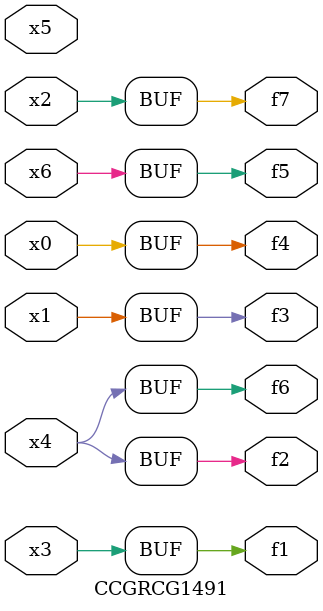
<source format=v>
module CCGRCG1491(
	input x0, x1, x2, x3, x4, x5, x6,
	output f1, f2, f3, f4, f5, f6, f7
);
	assign f1 = x3;
	assign f2 = x4;
	assign f3 = x1;
	assign f4 = x0;
	assign f5 = x6;
	assign f6 = x4;
	assign f7 = x2;
endmodule

</source>
